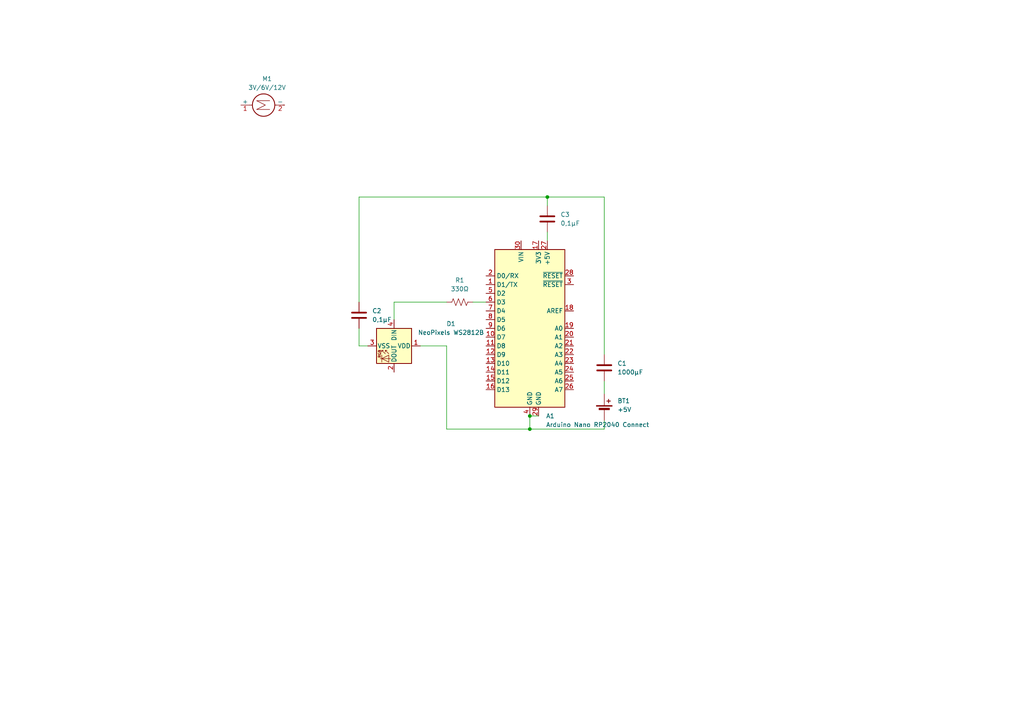
<source format=kicad_sch>
(kicad_sch (version 20250114) (generator "eeschema") (generator_version "9.0")
  (paper "A4")
  (lib_symbols
    (symbol "Device:Battery_Cell" (pin_numbers (hide yes)) (pin_names (offset 0) (hide yes))
      (property "Reference" "BT" (at 2.54 2.54 0))
      (property "Value" "Battery_Cell" (at 2.54 0 0))
      (symbol "Battery_Cell_0_1"
        (rectangle (start -2.286 1.778) (end 2.286 1.524) (fill (type outline)))
        (rectangle (start -1.524 1.016) (end 1.524 0.508) (fill (type outline)))
        (polyline (pts (xy 0 1.778) (xy 0 2.54)))
        (polyline (pts (xy 0 0.762) (xy 0 0)))
        (polyline (pts (xy 0.762 3.048) (xy 1.778 3.048)) (stroke (width 0.254)))
        (polyline (pts (xy 1.27 3.556) (xy 1.27 2.54)) (stroke (width 0.254)))
      )
      (symbol "Battery_Cell_1_1"
        (pin passive line (at 0 5.08 270) (length 2.54) (name "+") (number "1"))
        (pin passive line (at 0 -2.54 90) (length 2.54) (name "-") (number "2"))
      )
    )
    (symbol "Device:C" (pin_numbers (hide yes)) (pin_names (offset 0.254))
      (property "Reference" "C" (at 0.635 2.54 0))
      (property "Value" "C" (at 0.635 -2.54 0))
      (symbol "C_0_1"
        (polyline (pts (xy -2.032 0.762) (xy 2.032 0.762)) (stroke (width 0.508)))
        (polyline (pts (xy -2.032 -0.762) (xy 2.032 -0.762)) (stroke (width 0.508)))
      )
      (symbol "C_1_1"
        (pin passive line (at 0 3.81 270) (length 2.794) (name "~") (number "1"))
        (pin passive line (at 0 -3.81 90) (length 2.794) (name "~") (number "2"))
      )
    )
    (symbol "Device:R_US" (pin_numbers (hide yes)) (pin_names (offset 0))
      (property "Reference" "R" (at 2.54 0 90))
      (property "Value" "R_US" (at -2.54 0 90))
      (symbol "R_US_0_1"
        (polyline (pts (xy 0 2.286) (xy 0 2.54)))
        (polyline (pts (xy 0 2.286) (xy 1.016 1.905) (xy 0 1.524) (xy -1.016 1.143) (xy 0 0.762)))
        (polyline (pts (xy 0 0.762) (xy 1.016 0.381) (xy 0 0) (xy -1.016 -0.381) (xy 0 -0.762)))
        (polyline (pts (xy 0 -0.762) (xy 1.016 -1.143) (xy 0 -1.524) (xy -1.016 -1.905) (xy 0 -2.286)))
        (polyline (pts (xy 0 -2.286) (xy 0 -2.54)))
      )
      (symbol "R_US_1_1"
        (pin passive line (at 0 3.81 270) (length 1.27) (name "~") (number "1"))
        (pin passive line (at 0 -3.81 90) (length 1.27) (name "~") (number "2"))
      )
    )
    (symbol "LED:WS2812B" (pin_names (offset 0.254))
      (property "Reference" "D" (at 5.08 5.715 0))
      (property "Value" "WS2812B" (at 1.27 -5.715 0))
      (symbol "WS2812B_0_0"
        (text "RGB" (at 2.286 -4.191 0) (effects (font (size 0.762 0.762))))
      )
      (symbol "WS2812B_0_1"
        (polyline (pts (xy 1.27 -2.54) (xy 1.778 -2.54)))
        (polyline (pts (xy 1.27 -3.556) (xy 1.778 -3.556)))
        (polyline (pts (xy 2.286 -1.524) (xy 1.27 -2.54) (xy 1.27 -2.032)))
        (polyline (pts (xy 2.286 -2.54) (xy 1.27 -3.556) (xy 1.27 -3.048)))
        (polyline (pts (xy 3.683 -1.016) (xy 3.683 -3.556) (xy 3.683 -4.064)))
        (polyline (pts (xy 4.699 -1.524) (xy 2.667 -1.524) (xy 3.683 -3.556) (xy 4.699 -1.524)))
        (polyline (pts (xy 4.699 -3.556) (xy 2.667 -3.556)))
        (rectangle (start 5.08 5.08) (end -5.08 -5.08) (stroke (width 0.254)) (fill (type background)))
      )
      (symbol "WS2812B_1_1"
        (pin input line (at -7.62 0 0) (length 2.54) (name "DIN") (number "4"))
        (pin power_in line (at 0 7.62 270) (length 2.54) (name "VDD") (number "1"))
        (pin power_in line (at 0 -7.62 90) (length 2.54) (name "VSS") (number "3"))
        (pin output line (at 7.62 0 180) (length 2.54) (name "DOUT") (number "2"))
      )
    )
    (symbol "MCU_Module:Arduino_Nano_v2.x"
      (property "Reference" "A" (at -10.16 23.495 0))
      (property "Value" "Arduino_Nano_v2.x" (at 5.08 -24.13 0))
      (symbol "Arduino_Nano_v2.x_0_1"
        (rectangle (start -10.16 22.86) (end 10.16 -22.86) (stroke (width 0.254)) (fill (type background)))
      )
      (symbol "Arduino_Nano_v2.x_1_1"
        (pin bidirectional line (at -12.7 15.24 0) (length 2.54) (name "D0/RX") (number "2"))
        (pin bidirectional line (at -12.7 12.7 0) (length 2.54) (name "D1/TX") (number "1"))
        (pin bidirectional line (at -12.7 10.16 0) (length 2.54) (name "D2") (number "5"))
        (pin bidirectional line (at -12.7 7.62 0) (length 2.54) (name "D3") (number "6"))
        (pin bidirectional line (at -12.7 5.08 0) (length 2.54) (name "D4") (number "7"))
        (pin bidirectional line (at -12.7 2.54 0) (length 2.54) (name "D5") (number "8"))
        (pin bidirectional line (at -12.7 0 0) (length 2.54) (name "D6") (number "9"))
        (pin bidirectional line (at -12.7 -2.54 0) (length 2.54) (name "D7") (number "10"))
        (pin bidirectional line (at -12.7 -5.08 0) (length 2.54) (name "D8") (number "11"))
        (pin bidirectional line (at -12.7 -7.62 0) (length 2.54) (name "D9") (number "12"))
        (pin bidirectional line (at -12.7 -10.16 0) (length 2.54) (name "D10") (number "13"))
        (pin bidirectional line (at -12.7 -12.7 0) (length 2.54) (name "D11") (number "14"))
        (pin bidirectional line (at -12.7 -15.24 0) (length 2.54) (name "D12") (number "15"))
        (pin bidirectional line (at -12.7 -17.78 0) (length 2.54) (name "D13") (number "16"))
        (pin power_in line (at -2.54 25.4 270) (length 2.54) (name "VIN") (number "30"))
        (pin power_in line (at 0 -25.4 90) (length 2.54) (name "GND") (number "4"))
        (pin power_out line (at 2.54 25.4 270) (length 2.54) (name "3V3") (number "17"))
        (pin power_in line (at 2.54 -25.4 90) (length 2.54) (name "GND") (number "29"))
        (pin power_out line (at 5.08 25.4 270) (length 2.54) (name "+5V") (number "27"))
        (pin input line (at 12.7 15.24 180) (length 2.54) (name "~{RESET}") (number "28"))
        (pin input line (at 12.7 12.7 180) (length 2.54) (name "~{RESET}") (number "3"))
        (pin input line (at 12.7 5.08 180) (length 2.54) (name "AREF") (number "18"))
        (pin bidirectional line (at 12.7 0 180) (length 2.54) (name "A0") (number "19"))
        (pin bidirectional line (at 12.7 -2.54 180) (length 2.54) (name "A1") (number "20"))
        (pin bidirectional line (at 12.7 -5.08 180) (length 2.54) (name "A2") (number "21"))
        (pin bidirectional line (at 12.7 -7.62 180) (length 2.54) (name "A3") (number "22"))
        (pin bidirectional line (at 12.7 -10.16 180) (length 2.54) (name "A4") (number "23"))
        (pin bidirectional line (at 12.7 -12.7 180) (length 2.54) (name "A5") (number "24"))
        (pin bidirectional line (at 12.7 -15.24 180) (length 2.54) (name "A6") (number "25"))
        (pin bidirectional line (at 12.7 -17.78 180) (length 2.54) (name "A7") (number "26"))
      )
    )
    (symbol "Motor:Motor_DC" (pin_names (offset 0))
      (property "Reference" "M" (at 2.54 2.54 0))
      (property "Value" "Motor_DC" (at 2.54 -5.08 0))
      (symbol "Motor_DC_0_0"
        (polyline (pts (xy -1.27 -3.302) (xy -1.27 0.508) (xy 0 -2.032) (xy 1.27 0.508) (xy 1.27 -3.302)))
      )
      (symbol "Motor_DC_0_1"
        (polyline (pts (xy 0 2.032) (xy 0 2.54)))
        (polyline (pts (xy 0 1.7272) (xy 0 2.0828)))
        (circle (center 0 -1.524) (radius 3.2512) (stroke (width 0.254)))
        (polyline (pts (xy 0 -4.7752) (xy 0 -5.1816)))
        (polyline (pts (xy 0 -7.62) (xy 0 -7.112)))
      )
      (symbol "Motor_DC_1_1"
        (pin passive line (at 0 5.08 270) (length 2.54) (name "+") (number "1"))
        (pin passive line (at 0 -7.62 90) (length 2.54) (name "-") (number "2"))
      )
    )
  )
  (junction (at 153.67 124.46))
  (junction (at 153.67 120.65))
  (junction (at 158.75 57.15))
  (wire (pts (xy 153.67 120.65) (xy 153.67 124.46)))
  (wire (pts (xy 175.26 124.46) (xy 175.26 121.92)))
  (wire (pts (xy 114.3 87.63) (xy 114.3 92.71)))
  (wire (pts (xy 153.67 120.65) (xy 156.21 120.65)))
  (wire (pts (xy 104.14 57.15) (xy 104.14 87.63)))
  (wire (pts (xy 158.75 67.31) (xy 158.75 69.85)))
  (wire (pts (xy 175.26 110.49) (xy 175.26 114.3)))
  (wire (pts (xy 104.14 100.33) (xy 106.68 100.33)))
  (wire (pts (xy 129.54 100.33) (xy 129.54 124.46)))
  (wire (pts (xy 129.54 124.46) (xy 153.67 124.46)))
  (wire (pts (xy 158.75 57.15) (xy 175.26 57.15)))
  (wire (pts (xy 129.54 87.63) (xy 114.3 87.63)))
  (wire (pts (xy 104.14 57.15) (xy 158.75 57.15)))
  (wire (pts (xy 158.75 57.15) (xy 158.75 59.69)))
  (wire (pts (xy 129.54 100.33) (xy 121.92 100.33)))
  (wire (pts (xy 175.26 57.15) (xy 175.26 102.87)))
  (wire (pts (xy 153.67 124.46) (xy 175.26 124.46)))
  (wire (pts (xy 104.14 95.25) (xy 104.14 100.33)))
  (wire (pts (xy 137.16 87.63) (xy 140.97 87.63)))
  (symbol (lib_id "Device:C") (at 104.14 91.44 0) (unit 1)
    (property "Reference" "C2" (at 107.95 90.1699 0) (effects (justify left)))
    (property "Value" "0,1µF" (at 107.95 92.7099 0) (effects (justify left)))
    (property "Description" "Unpolarized capacitor" (effects (hide yes)))
  )
  (symbol (lib_id "LED:WS2812B") (at 114.3 100.33 270) (unit 1)
    (property "Reference" "D1" (at 130.81 93.9098 90))
    (property "Value" "NeoPixels WS2812B" (at 130.81 96.4498 90))
    (property "Footprint" "LED_SMD:LED_WS2812B_PLCC4_5.0x5.0mm_P3.2mm" (effects (hide yes)))
    (property "Datasheet" "https://cdn-shop.adafruit.com/datasheets/WS2812B.pdf" (effects (hide yes)))
    (property "Description" "RGB LED with integrated controller" (effects (hide yes)))
  )
  (symbol (lib_id "Device:R_US") (at 133.35 87.63 90) (unit 1)
    (property "Reference" "R1" (at 133.35 81.28 90))
    (property "Value" "330Ω" (at 133.35 83.82 90))
    (property "Description" "Resistor, US symbol" (effects (hide yes)))
  )
  (symbol (lib_id "Motor:Motor_DC") (at 74.93 30.48 90) (unit 1)
    (property "Reference" "M1" (at 77.47 22.86 90))
    (property "Value" "3V/6V/12V" (at 77.47 25.4 90))
    (property "Description" "DC Motor" (effects (hide yes)))
  )
  (symbol (lib_id "MCU_Module:Arduino_Nano_v2.x") (at 153.67 95.25 0) (unit 1)
    (property "Reference" "A1" (at 158.3533 120.65 0) (effects (justify left)))
    (property "Value" "Arduino Nano RP2040 Connect" (at 158.3533 123.19 0) (effects (justify left)))
    (property "Footprint" "Module:Arduino_Nano" (effects (hide yes)))
    (property "Datasheet" "https://www.arduino.cc/en/uploads/Main/ArduinoNanoManual23.pdf" (effects (hide yes)))
    (property "Description" "Arduino Nano v2.x" (effects (hide yes)))
  )
  (symbol (lib_id "Device:C") (at 175.26 106.68 180) (unit 1)
    (property "Reference" "C1" (at 179.07 105.4099 0) (effects (justify right)))
    (property "Value" "1000µF" (at 179.07 107.9499 0) (effects (justify right)))
    (property "Description" "Unpolarized capacitor" (effects (hide yes)))
  )
  (symbol (lib_id "Device:C") (at 158.75 63.5 0) (unit 1)
    (property "Reference" "C3" (at 162.56 62.2299 0) (effects (justify left)))
    (property "Value" "0,1µF" (at 162.56 64.7699 0) (effects (justify left)))
    (property "Description" "Unpolarized capacitor" (effects (hide yes)))
  )
  (symbol (lib_id "Device:Battery_Cell") (at 175.26 119.38 0) (unit 1)
    (property "Reference" "BT1" (at 179.07 116.2684 0) (effects (justify left)))
    (property "Value" "+5V" (at 179.07 118.8084 0) (effects (justify left)))
    (property "Description" "Single-cell battery" (effects (hide yes)))
  )
)
</source>
